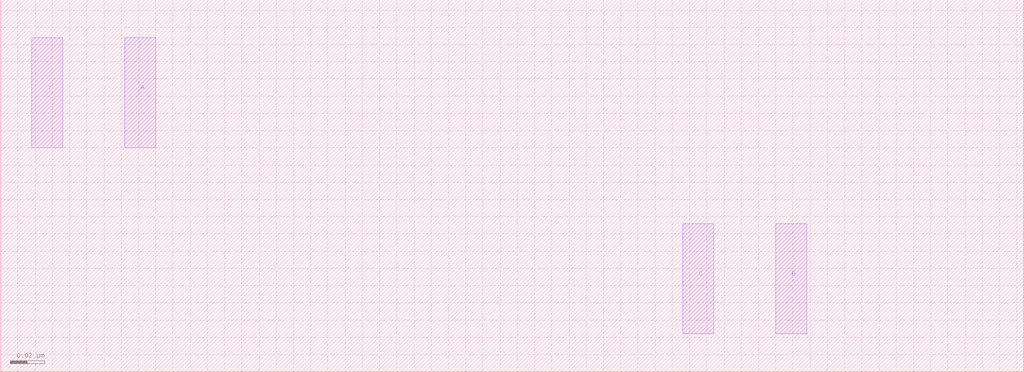
<source format=lef>
VERSION 5.7 ;
BUSBITCHARS "[]" ;
DIVIDERCHAR "/" ;

MACRO AND2x2
  CLASS CORE ;
  ORIGIN 0 0 ;
  FOREIGN AND2x2 0 0 ;
  SIZE 0.324 BY 0.108 ;
  SYMMETRY X Y ;
  SITE coreSite ;
  PIN A
    DIRECTION INPUT ;
    USE SIGNAL ;
    PORT
      LAYER M1 ;
        RECT 0.18 0.022 0.198 0.086 ;
    END
  END A
  PIN B
    DIRECTION INPUT ;
    USE SIGNAL ;
    PORT
      LAYER M1 ;
        RECT 0.234 0.022 0.252 0.086 ;
    END
  END B
  PIN Y
    DIRECTION OUTPUT ;
    USE SIGNAL ;
    PORT
      LAYER M1 ;
        RECT 0.072 0.022 0.09 0.086 ;
    END
  END Y
END AND2x2

MACRO AND3x1
  CLASS CORE ;
  ORIGIN 0 0 ;
  FOREIGN AND3x1 0 0 ;
  SIZE 0.324 BY 0.108 ;
  SYMMETRY X Y ;
  SITE coreSite ;
  PIN A
    DIRECTION INPUT ;
    USE SIGNAL ;
    PORT
      LAYER M1 ;
        RECT 0.234 0.022 0.252 0.086 ;
    END
  END A
  PIN B
    DIRECTION INPUT ;
    USE SIGNAL ;
    PORT
      LAYER M1 ;
        RECT 0.18 0.022 0.198 0.086 ;
    END
  END B
  PIN C
    DIRECTION INPUT ;
    USE SIGNAL ;
    PORT
      LAYER M1 ;
        RECT 0.072 0.022 0.09 0.086 ;
    END
  END C
  PIN Y
    DIRECTION OUTPUT ;
    USE SIGNAL ;
    PORT
      LAYER M1 ;
        RECT 0.018 0.022 0.036 0.086 ;
    END
  END Y
END AND3x1

MACRO AND3x2
  CLASS CORE ;
  ORIGIN 0 0 ;
  FOREIGN AND3x2 0 0 ;
  SIZE 0.378 BY 0.108 ;
  SYMMETRY X Y ;
  SITE coreSite ;
  PIN A
    DIRECTION INPUT ;
    USE SIGNAL ;
    PORT
      LAYER M1 ;
        RECT 0.288 0.022 0.306 0.086 ;
    END
  END A
  PIN B
    DIRECTION INPUT ;
    USE SIGNAL ;
    PORT
      LAYER M1 ;
        RECT 0.234 0.022 0.252 0.086 ;
    END
  END B
  PIN C
    DIRECTION INPUT ;
    USE SIGNAL ;
    PORT
      LAYER M1 ;
        RECT 0.126 0.022 0.144 0.086 ;
    END
  END C
  PIN Y
    DIRECTION OUTPUT ;
    USE SIGNAL ;
    PORT
      LAYER M1 ;
        RECT 0.072 0.022 0.09 0.086 ;
    END
  END Y
END AND3x2

MACRO AOI21x1
  CLASS CORE ;
  ORIGIN 0 0 ;
  FOREIGN AOI21x1 0 0 ;
  SIZE 0.27 BY 0.216 ;
  SYMMETRY X Y ;
  SITE coreSite ;
  PIN A1
    DIRECTION INPUT ;
    USE SIGNAL ;
    PORT
      LAYER M1 ;
        RECT 0.18 0.058 0.198 0.158 ;
    END
  END A1
  PIN A2
    DIRECTION INPUT ;
    USE SIGNAL ;
    PORT
      LAYER M1 ;
        RECT 0.126 0.022 0.144 0.086 ;
    END
  END A2
  PIN B
    DIRECTION INPUT ;
    USE SIGNAL ;
    PORT
      LAYER M1 ;
        RECT 0.072 0.058 0.09 0.158 ;
    END
  END B
  PIN Y
    DIRECTION OUTPUT ;
    USE SIGNAL ;
    PORT
      LAYER M1 ;
        RECT 0.018 0.13 0.036 0.194 ;
    END
  END Y
END AOI21x1

MACRO AOI22x1
  CLASS CORE ;
  ORIGIN 0 0 ;
  FOREIGN AOI22x1 0 0 ;
  SIZE 0.324 BY 0.216 ;
  SYMMETRY X Y ;
  SITE coreSite ;
  PIN A1
    DIRECTION INPUT ;
    USE SIGNAL ;
    PORT
      LAYER M1 ;
        RECT 0.234 0.13 0.252 0.194 ;
    END
  END A1
  PIN A2
    DIRECTION INPUT ;
    USE SIGNAL ;
    PORT
      LAYER M1 ;
        RECT 0.18 0.022 0.198 0.086 ;
    END
  END A2
  PIN B1
    DIRECTION INPUT ;
    USE SIGNAL ;
    PORT
      LAYER M1 ;
        RECT 0.018 0.13 0.036 0.194 ;
    END
  END B1
  PIN B2
    DIRECTION INPUT ;
    USE SIGNAL ;
    PORT
      LAYER M1 ;
        RECT 0.072 0.022 0.09 0.086 ;
    END
  END B2
  PIN Y
    DIRECTION OUTPUT ;
    USE SIGNAL ;
    PORT
      LAYER M1 ;
        RECT 0.126 0.13 0.144 0.194 ;
    END
  END Y
END AOI22x1

MACRO BUFx2
  CLASS CORE ;
  ORIGIN 0 0 ;
  FOREIGN BUFx2 0 0 ;
  SIZE 0.27 BY 0.108 ;
  SYMMETRY X Y ;
  SITE coreSite ;
  PIN A
    DIRECTION INPUT ;
    USE SIGNAL ;
    PORT
      LAYER M1 ;
        RECT 0.18 0.022 0.198 0.086 ;
    END
  END A
  PIN Y
    DIRECTION OUTPUT ;
    USE SIGNAL ;
    PORT
      LAYER M1 ;
        RECT 0.072 0.022 0.09 0.086 ;
    END
  END Y
END BUFx2

MACRO BUFx3
  CLASS CORE ;
  ORIGIN 0 0 ;
  FOREIGN BUFx3 0 0 ;
  SIZE 0.324 BY 0.108 ;
  SYMMETRY X Y ;
  SITE coreSite ;
  PIN A
    DIRECTION INPUT ;
    USE SIGNAL ;
    PORT
      LAYER M1 ;
        RECT 0.234 0.022 0.252 0.086 ;
    END
  END A
  PIN Y
    DIRECTION OUTPUT ;
    USE SIGNAL ;
    PORT
      LAYER M1 ;
        RECT 0.018 0.022 0.036 0.086 ;
    END
  END Y
END BUFx3

MACRO BUFx4
  CLASS CORE ;
  ORIGIN 0 0 ;
  FOREIGN BUFx4 0 0 ;
  SIZE 0.378 BY 0.108 ;
  SYMMETRY X Y ;
  SITE coreSite ;
  PIN A
    DIRECTION INPUT ;
    USE SIGNAL ;
    PORT
      LAYER M1 ;
        RECT 0.288 0.022 0.306 0.086 ;
    END
  END A
  PIN Y
    DIRECTION OUTPUT ;
    USE SIGNAL ;
    PORT
      LAYER M1 ;
        RECT 0.072 0.022 0.09 0.086 ;
    END
  END Y
END BUFx4

MACRO BUFx8
  CLASS CORE ;
  ORIGIN 0 0 ;
  FOREIGN BUFx8 0 0 ;
  SIZE 0.648 BY 0.108 ;
  SYMMETRY X Y ;
  SITE coreSite ;
  PIN A
    DIRECTION INPUT ;
    USE SIGNAL ;
    PORT
      LAYER M1 ;
        RECT 0.126 0.022 0.144 0.086 ;
    END
  END A
  PIN Y
    DIRECTION OUTPUT ;
    USE SIGNAL ;
    PORT
      LAYER M1 ;
        RECT 0.558 0.022 0.576 0.086 ;
    END
  END Y
END BUFx8

MACRO DFFHQNx1
  CLASS CORE ;
  ORIGIN 0 0 ;
  FOREIGN DFFHQNx1 0 0 ;
  SIZE 0.486 BY 0.216 ;
  SYMMETRY X Y ;
  SITE coreSite ;
  PIN CLK
    DIRECTION INPUT ;
    USE CLOCK ;
    PORT
      LAYER M1 ;
        RECT 0.342 0.13 0.36 0.194 ;
    END
  END CLK
  PIN D
    DIRECTION INPUT ;
    USE SIGNAL ;
    PORT
      LAYER M1 ;
        RECT 0.234 0.058 0.252 0.158 ;
    END
  END D
  PIN QN
    DIRECTION OUTPUT ;
    USE SIGNAL ;
    PORT
      LAYER M1 ;
        RECT 0.342 0.022 0.36 0.086 ;
    END
  END QN
  OBS
    LAYER M1 ;
      RECT 0.45 0.058 0.468 0.158 ;
      RECT 0.396 0.058 0.414 0.158 ;
      RECT 0.288 0.022 0.306 0.086 ;
      RECT 0.288 0.13 0.306 0.194 ;
      RECT 0.18 0.022 0.198 0.086 ;
      RECT 0.18 0.13 0.198 0.194 ;
      RECT 0.126 0.022 0.144 0.194 ;
      RECT 0.072 0.022 0.09 0.194 ;
      RECT 0.018 0.058 0.036 0.158 ;
    LAYER M2 ;
      RECT 0.175 0.063 0.473 0.081 ;
      RECT 0.283 0.135 0.419 0.153 ;
      RECT 0.121 0.027 0.311 0.045 ;
    LAYER V1 ;
      RECT 0.45 0.063 0.468 0.081 ;
      RECT 0.396 0.135 0.414 0.153 ;
      RECT 0.288 0.027 0.306 0.045 ;
      RECT 0.288 0.135 0.306 0.153 ;
      RECT 0.18 0.063 0.198 0.081 ;
      RECT 0.126 0.027 0.144 0.045 ;
  END
END DFFHQNx1

MACRO DFFHQNx2
  CLASS CORE ;
  ORIGIN 0 0 ;
  FOREIGN DFFHQNx2 0 0 ;
  SIZE 0.486 BY 0.216 ;
  SYMMETRY X Y ;
  SITE coreSite ;
  PIN CLK
    DIRECTION INPUT ;
    USE CLOCK ;
    PORT
      LAYER M1 ;
        RECT 0.342 0.022 0.36 0.086 ;
    END
  END CLK
  PIN D
    DIRECTION INPUT ;
    USE SIGNAL ;
    PORT
      LAYER M1 ;
        RECT 0.234 0.022 0.252 0.086 ;
    END
  END D
  PIN QN
    DIRECTION OUTPUT ;
    USE SIGNAL ;
    PORT
      LAYER M1 ;
        RECT 0.342 0.13 0.36 0.194 ;
    END
  END QN
  OBS
    LAYER M1 ;
      RECT 0.45 0.13 0.468 0.194 ;
      RECT 0.396 0.058 0.414 0.158 ;
      RECT 0.288 0.022 0.306 0.194 ;
      RECT 0.18 0.022 0.198 0.194 ;
      RECT 0.072 0.058 0.09 0.194 ;
      RECT 0.018 0.022 0.036 0.158 ;
    LAYER M2 ;
      RECT 0.175 0.135 0.473 0.153 ;
    LAYER V1 ;
      RECT 0.45 0.135 0.468 0.153 ;
      RECT 0.18 0.135 0.198 0.153 ;
  END
END DFFHQNx2

MACRO DFFHQNx3
  CLASS CORE ;
  ORIGIN 0 0 ;
  FOREIGN DFFHQNx3 0 0 ;
  SIZE 0.54 BY 0.216 ;
  SYMMETRY X Y ;
  SITE coreSite ;
  PIN CLK
    DIRECTION INPUT ;
    USE CLOCK ;
    PORT
      LAYER M1 ;
        RECT 0.396 0.13 0.414 0.194 ;
    END
  END CLK
  PIN D
    DIRECTION INPUT ;
    USE SIGNAL ;
    PORT
      LAYER M1 ;
        RECT 0.234 0.022 0.252 0.086 ;
    END
  END D
  PIN QN
    DIRECTION OUTPUT ;
    USE SIGNAL ;
    PORT
      LAYER M1 ;
        RECT 0.45 0.022 0.468 0.086 ;
    END
  END QN
  OBS
    LAYER M1 ;
      RECT 0.45 0.13 0.468 0.194 ;
      RECT 0.342 0.058 0.36 0.194 ;
      RECT 0.288 0.022 0.306 0.194 ;
      RECT 0.234 0.13 0.252 0.194 ;
      RECT 0.18 0.022 0.198 0.194 ;
      RECT 0.126 0.13 0.144 0.194 ;
      RECT 0.072 0.022 0.09 0.194 ;
      RECT 0.018 0.058 0.036 0.158 ;
    LAYER M2 ;
      RECT 0.229 0.171 0.473 0.189 ;
      RECT 0.121 0.135 0.365 0.153 ;
    LAYER V1 ;
      RECT 0.45 0.171 0.468 0.189 ;
      RECT 0.342 0.135 0.36 0.153 ;
      RECT 0.234 0.171 0.252 0.189 ;
      RECT 0.126 0.135 0.144 0.153 ;
  END
END DFFHQNx3

MACRO DHLx1
  CLASS CORE ;
  ORIGIN 0 0 ;
  FOREIGN DHLx1 0 0 ;
  SIZE 0.378 BY 0.216 ;
  SYMMETRY X Y ;
  SITE coreSite ;
  PIN CLK
    DIRECTION INPUT ;
    USE CLOCK ;
    PORT
      LAYER M1 ;
        RECT 0.288 0.022 0.306 0.086 ;
    END
  END CLK
  PIN D
    DIRECTION INPUT ;
    USE SIGNAL ;
    PORT
      LAYER M1 ;
        RECT 0.072 0.022 0.09 0.086 ;
    END
  END D
  PIN Q
    DIRECTION INPUT ;
    USE SIGNAL ;
    PORT
      LAYER M1 ;
        RECT 0.18 0.13 0.198 0.194 ;
    END
  END Q
  OBS
    LAYER M1 ;
      RECT 0.234 0.058 0.252 0.158 ;
      RECT 0.126 0.022 0.144 0.158 ;
      RECT 0.018 0.058 0.036 0.158 ;
  END
END DHLx1

MACRO DHLx2
  CLASS CORE ;
  ORIGIN 0 0 ;
  FOREIGN DHLx2 0 0 ;
  SIZE 0.378 BY 0.216 ;
  SYMMETRY X Y ;
  SITE coreSite ;
  PIN CLK
    DIRECTION INPUT ;
    USE CLOCK ;
    PORT
      LAYER M1 ;
        RECT 0.072 0.058 0.09 0.158 ;
    END
  END CLK
  PIN D
    DIRECTION INPUT ;
    USE SIGNAL ;
    PORT
      LAYER M1 ;
        RECT 0.126 0.022 0.144 0.086 ;
    END
  END D
  PIN Q
    DIRECTION INPUT ;
    USE SIGNAL ;
    PORT
      LAYER M1 ;
        RECT 0.126 0.13 0.144 0.194 ;
    END
  END Q
  OBS
    LAYER M1 ;
      RECT 0.288 0.058 0.306 0.158 ;
      RECT 0.234 0.058 0.252 0.158 ;
      RECT 0.18 0.058 0.198 0.194 ;
  END
END DHLx2

MACRO DHLx3
  CLASS CORE ;
  ORIGIN 0 -0.001 ;
  FOREIGN DHLx3 0 0.001 ;
  SIZE 0.432 BY 0.216 ;
  SYMMETRY X Y ;
  SITE coreSite ;
  PIN CLK
    DIRECTION INPUT ;
    USE CLOCK ;
    PORT
      LAYER M1 ;
        RECT 0.288 0.13 0.306 0.194 ;
    END
  END CLK
  PIN D
    DIRECTION INPUT ;
    USE SIGNAL ;
    PORT
      LAYER M1 ;
        RECT 0.072 0.022 0.09 0.086 ;
    END
  END D
  PIN Q
    DIRECTION INPUT ;
    USE SIGNAL ;
    PORT
      LAYER M1 ;
        RECT 0.018 0.13 0.036 0.194 ;
    END
  END Q
  OBS
    LAYER M1 ;
      RECT 0.18 0.022 0.198 0.158 ;
      RECT 0.126 0.058 0.144 0.158 ;
  END
END DHLx3

MACRO FAx1
  CLASS CORE ;
  ORIGIN 0 0 ;
  FOREIGN FAx1 0 0 ;
  SIZE 0.486 BY 0.216 ;
  SYMMETRY X Y ;
  SITE coreSite ;
  PIN A
    DIRECTION INPUT ;
    USE SIGNAL ;
    PORT
      LAYER M2 ;
        RECT 0.121 0.135 0.252 0.153 ;
      LAYER M1 ;
        RECT 0.234 0.022 0.252 0.194 ;
        RECT 0.126 0.13 0.144 0.194 ;
      LAYER V1 ;
        RECT 0.126 0.135 0.144 0.153 ;
        RECT 0.234 0.135 0.252 0.153 ;
    END
  END A
  PIN B
    DIRECTION INPUT ;
    USE SIGNAL ;
    PORT
      LAYER M2 ;
        RECT 0.288 0.135 0.365 0.153 ;
      LAYER M1 ;
        RECT 0.342 0.13 0.36 0.194 ;
        RECT 0.288 0.022 0.306 0.158 ;
      LAYER V1 ;
        RECT 0.288 0.135 0.306 0.153 ;
        RECT 0.342 0.135 0.36 0.153 ;
    END
  END B
  PIN CI
    DIRECTION INPUT ;
    USE SIGNAL ;
    PORT
      LAYER M2 ;
        RECT 0.175 0.063 0.365 0.081 ;
      LAYER M1 ;
        RECT 0.342 0.022 0.36 0.086 ;
        RECT 0.18 0.022 0.198 0.086 ;
      LAYER V1 ;
        RECT 0.18 0.063 0.198 0.081 ;
        RECT 0.342 0.063 0.36 0.081 ;
    END
  END CI
  PIN CON
    DIRECTION INPUT ;
    USE SIGNAL ;
    PORT
      LAYER M1 ;
        RECT 0.396 0.058 0.414 0.158 ;
    END
  END CON
  PIN SN
    DIRECTION INPUT ;
    USE SIGNAL ;
    PORT
      LAYER M2 ;
        RECT 0.175 0.171 0.473 0.189 ;
      LAYER M1 ;
        RECT 0.45 0.058 0.468 0.194 ;
        RECT 0.18 0.13 0.198 0.194 ;
      LAYER V1 ;
        RECT 0.18 0.171 0.198 0.189 ;
        RECT 0.45 0.171 0.468 0.189 ;
    END
  END SN
END FAx1

MACRO INVx1
  CLASS CORE ;
  ORIGIN 0 0 ;
  FOREIGN INVx1 0 0 ;
  SIZE 0.162 BY 0.108 ;
  SYMMETRY X Y ;
  SITE coreSite ;
  PIN A
    DIRECTION INPUT ;
    USE SIGNAL ;
    PORT
      LAYER M1 ;
        RECT 0.072 0.022 0.09 0.086 ;
    END
  END A
  PIN Y
    DIRECTION OUTPUT ;
    USE SIGNAL ;
    PORT
      LAYER M1 ;
        RECT 0.018 0.022 0.036 0.086 ;
    END
  END Y
END INVx1

MACRO INVx2
  CLASS CORE ;
  ORIGIN 0 0 ;
  FOREIGN INVx2 0 0 ;
  SIZE 0.216 BY 0.108 ;
  SYMMETRY X Y ;
  SITE coreSite ;
  PIN A
    DIRECTION INPUT ;
    USE SIGNAL ;
    PORT
      LAYER M1 ;
        RECT 0.072 0.022 0.09 0.086 ;
    END
  END A
  PIN Y
    DIRECTION OUTPUT ;
    USE SIGNAL ;
    PORT
      LAYER M1 ;
        RECT 0.126 0.022 0.144 0.086 ;
    END
  END Y
END INVx2

MACRO INVx4
  CLASS CORE ;
  ORIGIN 0 0 ;
  FOREIGN INVx4 0 0 ;
  SIZE 0.324 BY 0.108 ;
  SYMMETRY X Y ;
  SITE coreSite ;
  PIN A
    DIRECTION INPUT ;
    USE SIGNAL ;
    PORT
      LAYER M1 ;
        RECT 0.234 0.022 0.252 0.086 ;
    END
  END A
  PIN Y
    DIRECTION OUTPUT ;
    USE SIGNAL ;
    PORT
      LAYER M1 ;
        RECT 0.072 0.022 0.09 0.086 ;
    END
  END Y
END INVx4

MACRO INVx8
  CLASS CORE ;
  ORIGIN 0 0 ;
  FOREIGN INVx8 0 0 ;
  SIZE 0.54 BY 0.108 ;
  SYMMETRY X Y ;
  SITE coreSite ;
  PIN A
    DIRECTION INPUT ;
    USE SIGNAL ;
    PORT
      LAYER M1 ;
        RECT 0.072 0.022 0.09 0.086 ;
    END
  END A
  PIN Y
    DIRECTION OUTPUT ;
    USE SIGNAL ;
    PORT
      LAYER M1 ;
        RECT 0.45 0.022 0.468 0.086 ;
    END
  END Y
END INVx8

MACRO NAND2x1
  CLASS CORE ;
  ORIGIN 0 0 ;
  FOREIGN NAND2x1 0 0 ;
  SIZE 0.324 BY 0.108 ;
  SYMMETRY X Y ;
  SITE coreSite ;
  PIN A
    DIRECTION INPUT ;
    USE SIGNAL ;
    PORT
      LAYER M1 ;
        RECT 0.234 0.022 0.252 0.086 ;
    END
  END A
  PIN B
    DIRECTION INPUT ;
    USE SIGNAL ;
    PORT
      LAYER M1 ;
        RECT 0.018 0.022 0.036 0.086 ;
    END
  END B
  PIN Y
    DIRECTION OUTPUT ;
    USE SIGNAL ;
    PORT
      LAYER M2 ;
        RECT 0.121 0.027 0.311 0.045 ;
      LAYER M1 ;
        RECT 0.288 0.022 0.306 0.086 ;
        RECT 0.126 0.022 0.144 0.086 ;
      LAYER V1 ;
        RECT 0.126 0.027 0.144 0.045 ;
        RECT 0.288 0.027 0.306 0.045 ;
    END
  END Y
  OBS
    LAYER M1 ;
      RECT 0.18 0.022 0.198 0.086 ;
      RECT 0.072 0.022 0.09 0.086 ;
    LAYER M2 ;
      RECT 0.067 0.063 0.203 0.081 ;
    LAYER V1 ;
      RECT 0.18 0.063 0.198 0.081 ;
      RECT 0.072 0.063 0.09 0.081 ;
  END
END NAND2x1

MACRO NAND2x2
  CLASS CORE ;
  ORIGIN 0 0 ;
  FOREIGN NAND2x2 0 0 ;
  SIZE 0.54 BY 0.108 ;
  SYMMETRY X Y ;
  SITE coreSite ;
  PIN A
    DIRECTION INPUT ;
    USE SIGNAL ;
    PORT
      LAYER M1 ;
        RECT 0.45 0.022 0.468 0.086 ;
    END
  END A
  PIN B
    DIRECTION INPUT ;
    USE SIGNAL ;
    PORT
      LAYER M1 ;
        RECT 0.018 0.022 0.036 0.086 ;
    END
  END B
  PIN Y
    DIRECTION OUTPUT ;
    USE SIGNAL ;
    PORT
      LAYER M2 ;
        RECT 0.121 0.063 0.365 0.081 ;
      LAYER M1 ;
        RECT 0.342 0.022 0.36 0.086 ;
        RECT 0.234 0.022 0.252 0.086 ;
        RECT 0.126 0.022 0.144 0.086 ;
      LAYER V1 ;
        RECT 0.126 0.063 0.144 0.081 ;
        RECT 0.234 0.063 0.252 0.081 ;
        RECT 0.342 0.063 0.36 0.081 ;
    END
  END Y
  OBS
    LAYER M1 ;
      RECT 0.396 0.022 0.414 0.086 ;
      RECT 0.288 0.022 0.306 0.086 ;
      RECT 0.18 0.022 0.198 0.086 ;
      RECT 0.072 0.022 0.09 0.086 ;
    LAYER M2 ;
      RECT 0.067 0.027 0.419 0.045 ;
    LAYER V1 ;
      RECT 0.396 0.027 0.414 0.045 ;
      RECT 0.288 0.027 0.306 0.045 ;
      RECT 0.18 0.027 0.198 0.045 ;
      RECT 0.072 0.027 0.09 0.045 ;
  END
END NAND2x2

MACRO NAND3x1
  CLASS CORE ;
  ORIGIN 0 0 ;
  FOREIGN NAND3x1 0 0 ;
  SIZE 0.378 BY 0.216 ;
  SYMMETRY X Y ;
  SITE coreSite ;
  PIN A
    DIRECTION INPUT ;
    USE SIGNAL ;
    PORT
      LAYER M1 ;
        RECT 0.234 0.13 0.252 0.194 ;
    END
  END A
  PIN B
    DIRECTION INPUT ;
    USE SIGNAL ;
    PORT
      LAYER M1 ;
        RECT 0.018 0.022 0.036 0.086 ;
    END
  END B
  PIN C
    DIRECTION INPUT ;
    USE SIGNAL ;
    PORT
      LAYER M1 ;
        RECT 0.288 0.058 0.306 0.158 ;
    END
  END C
  PIN Y
    DIRECTION OUTPUT ;
    USE SIGNAL ;
    PORT
      LAYER M1 ;
        RECT 0.072 0.058 0.09 0.194 ;
    END
  END Y
  OBS
    LAYER M1 ;
      RECT 0.234 0.022 0.252 0.086 ;
      RECT 0.18 0.058 0.198 0.158 ;
      RECT 0.126 0.058 0.144 0.158 ;
      RECT 0.018 0.13 0.036 0.194 ;
    LAYER M2 ;
      RECT 0.121 0.063 0.257 0.081 ;
      RECT 0.013 0.135 0.203 0.153 ;
    LAYER V1 ;
      RECT 0.234 0.063 0.252 0.081 ;
      RECT 0.18 0.135 0.198 0.153 ;
      RECT 0.126 0.063 0.144 0.081 ;
      RECT 0.018 0.135 0.036 0.153 ;
  END
END NAND3x1

MACRO NAND3x2
  CLASS CORE ;
  ORIGIN 0 0 ;
  FOREIGN NAND3x2 0 0 ;
  SIZE 0.594 BY 0.216 ;
  SYMMETRY X Y ;
  SITE coreSite ;
  PIN A
    DIRECTION INPUT ;
    USE SIGNAL ;
    PORT
      LAYER M1 ;
        RECT 0.072 0.13 0.09 0.194 ;
    END
  END A
  PIN B
    DIRECTION INPUT ;
    USE SIGNAL ;
    PORT
      LAYER M1 ;
        RECT 0.45 0.022 0.468 0.086 ;
    END
  END B
  PIN C
    DIRECTION INPUT ;
    USE SIGNAL ;
    PORT
      LAYER M1 ;
        RECT 0.396 0.022 0.414 0.086 ;
    END
  END C
  PIN Y
    DIRECTION OUTPUT ;
    USE SIGNAL ;
    PORT
      LAYER M1 ;
        RECT 0.018 0.13 0.036 0.194 ;
    END
  END Y
END NAND3x2

MACRO NOR2x1
  CLASS CORE ;
  ORIGIN 0 0 ;
  FOREIGN NOR2x1 0 0 ;
  SIZE 0.324 BY 0.108 ;
  SYMMETRY X Y ;
  SITE coreSite ;
  PIN A
    DIRECTION INPUT ;
    USE SIGNAL ;
    PORT
      LAYER M1 ;
        RECT 0.072 0.022 0.09 0.086 ;
    END
  END A
  PIN B
    DIRECTION INPUT ;
    USE SIGNAL ;
    PORT
      LAYER M1 ;
        RECT 0.234 0.022 0.252 0.086 ;
    END
  END B
  PIN Y
    DIRECTION OUTPUT ;
    USE SIGNAL ;
    PORT
      LAYER M2 ;
        RECT 0.013 0.063 0.203 0.081 ;
      LAYER M1 ;
        RECT 0.18 0.022 0.198 0.086 ;
        RECT 0.018 0.022 0.036 0.086 ;
      LAYER V1 ;
        RECT 0.018 0.063 0.036 0.081 ;
        RECT 0.18 0.063 0.198 0.081 ;
    END
  END Y
  OBS
    LAYER M1 ;
      RECT 0.288 0.022 0.306 0.086 ;
      RECT 0.126 0.022 0.144 0.086 ;
    LAYER M2 ;
      RECT 0.121 0.027 0.311 0.045 ;
    LAYER V1 ;
      RECT 0.288 0.027 0.306 0.045 ;
      RECT 0.126 0.027 0.144 0.045 ;
  END
END NOR2x1

MACRO NOR2x2
  CLASS CORE ;
  ORIGIN 0 0 ;
  FOREIGN NOR2x2 0 0 ;
  SIZE 0.54 BY 0.108 ;
  SYMMETRY X Y ;
  SITE coreSite ;
  PIN A
    DIRECTION INPUT ;
    USE SIGNAL ;
    PORT
      LAYER M1 ;
        RECT 0.018 0.022 0.036 0.086 ;
    END
  END A
  PIN B
    DIRECTION INPUT ;
    USE SIGNAL ;
    PORT
      LAYER M1 ;
        RECT 0.45 0.022 0.468 0.086 ;
    END
  END B
  PIN Y
    DIRECTION OUTPUT ;
    USE SIGNAL ;
    PORT
      LAYER M2 ;
        RECT 0.121 0.063 0.419 0.081 ;
      LAYER M1 ;
        RECT 0.396 0.022 0.414 0.086 ;
        RECT 0.288 0.022 0.306 0.086 ;
        RECT 0.126 0.022 0.144 0.086 ;
      LAYER V1 ;
        RECT 0.126 0.063 0.144 0.081 ;
        RECT 0.288 0.063 0.306 0.081 ;
        RECT 0.396 0.063 0.414 0.081 ;
    END
  END Y
  OBS
    LAYER M1 ;
      RECT 0.504 0.022 0.522 0.086 ;
      RECT 0.342 0.022 0.36 0.086 ;
      RECT 0.234 0.022 0.252 0.086 ;
      RECT 0.18 0.022 0.198 0.086 ;
      RECT 0.072 0.022 0.09 0.086 ;
    LAYER M2 ;
      RECT 0.234 0.027 0.527 0.045 ;
      RECT 0.067 0.027 0.198 0.045 ;
    LAYER V1 ;
      RECT 0.504 0.027 0.522 0.045 ;
      RECT 0.342 0.027 0.36 0.045 ;
      RECT 0.234 0.027 0.252 0.045 ;
      RECT 0.18 0.027 0.198 0.045 ;
      RECT 0.072 0.027 0.09 0.045 ;
  END
END NOR2x2

MACRO NOR3x1
  CLASS CORE ;
  ORIGIN 0 0 ;
  FOREIGN NOR3x1 0 0 ;
  SIZE 0.378 BY 0.216 ;
  SYMMETRY X Y ;
  SITE coreSite ;
  PIN A
    DIRECTION INPUT ;
    USE SIGNAL ;
    PORT
      LAYER M1 ;
        RECT 0.234 0.022 0.252 0.086 ;
    END
  END A
  PIN B
    DIRECTION INPUT ;
    USE SIGNAL ;
    PORT
      LAYER M2 ;
        RECT 0.175 0.171 0.311 0.189 ;
      LAYER M1 ;
        RECT 0.288 0.13 0.306 0.194 ;
        RECT 0.18 0.13 0.198 0.194 ;
      LAYER V1 ;
        RECT 0.18 0.171 0.198 0.189 ;
        RECT 0.288 0.171 0.306 0.189 ;
    END
  END B
  PIN C
    DIRECTION INPUT ;
    USE SIGNAL ;
    PORT
      LAYER M1 ;
        RECT 0.288 0.022 0.306 0.086 ;
    END
  END C
  PIN Y
    DIRECTION OUTPUT ;
    USE SIGNAL ;
    PORT
      LAYER M1 ;
        RECT 0.234 0.13 0.252 0.194 ;
    END
  END Y
END NOR3x1

MACRO NOR3x2
  CLASS CORE ;
  ORIGIN 0 0 ;
  FOREIGN NOR3x2 0 0 ;
  SIZE 0.594 BY 0.216 ;
  SYMMETRY X Y ;
  SITE coreSite ;
  PIN A
    DIRECTION INPUT ;
    USE SIGNAL ;
    PORT
      LAYER M1 ;
        RECT 0.396 0.13 0.414 0.194 ;
    END
  END A
  PIN B
    DIRECTION INPUT ;
    USE SIGNAL ;
    PORT
      LAYER M1 ;
        RECT 0.234 0.022 0.252 0.086 ;
    END
  END B
  PIN C
    DIRECTION INPUT ;
    USE SIGNAL ;
    PORT
      LAYER M1 ;
        RECT 0.18 0.022 0.198 0.086 ;
    END
  END C
  PIN Y
    DIRECTION OUTPUT ;
    USE SIGNAL ;
    PORT
      LAYER M1 ;
        RECT 0.072 0.13 0.09 0.194 ;
    END
  END Y
END NOR3x2

MACRO OAI21x1
  CLASS CORE ;
  ORIGIN 0 0 ;
  FOREIGN OAI21x1 0 0 ;
  SIZE 0.27 BY 0.216 ;
  SYMMETRY X Y ;
  SITE coreSite ;
  PIN A1
    DIRECTION INPUT ;
    USE SIGNAL ;
    PORT
      LAYER M1 ;
        RECT 0.18 0.022 0.198 0.086 ;
    END
  END A1
  PIN A2
    DIRECTION INPUT ;
    USE SIGNAL ;
    PORT
      LAYER M1 ;
        RECT 0.126 0.13 0.144 0.194 ;
    END
  END A2
  PIN B
    DIRECTION INPUT ;
    USE SIGNAL ;
    PORT
      LAYER M1 ;
        RECT 0.018 0.13 0.036 0.194 ;
    END
  END B
  PIN Y
    DIRECTION OUTPUT ;
    USE SIGNAL ;
    PORT
      LAYER M1 ;
        RECT 0.072 0.022 0.09 0.086 ;
    END
  END Y
  OBS
    LAYER M1 ;
      RECT 0.18 0.13 0.198 0.194 ;
  END
END OAI21x1

MACRO OAI22x1
  CLASS CORE ;
  ORIGIN 0 0 ;
  FOREIGN OAI22x1 0 0 ;
  SIZE 0.324 BY 0.216 ;
  SYMMETRY X Y ;
  SITE coreSite ;
  PIN A1
    DIRECTION INPUT ;
    USE SIGNAL ;
    PORT
      LAYER M1 ;
        RECT 0.072 0.022 0.09 0.086 ;
    END
  END A1
  PIN A2
    DIRECTION INPUT ;
    USE SIGNAL ;
    PORT
      LAYER M1 ;
        RECT 0.126 0.058 0.144 0.158 ;
    END
  END A2
  PIN B1
    DIRECTION INPUT ;
    USE SIGNAL ;
    PORT
      LAYER M1 ;
        RECT 0.234 0.022 0.252 0.086 ;
    END
  END B1
  PIN B2
    DIRECTION INPUT ;
    USE SIGNAL ;
    PORT
      LAYER M1 ;
        RECT 0.18 0.13 0.198 0.194 ;
    END
  END B2
  PIN Y
    DIRECTION OUTPUT ;
    USE SIGNAL ;
    PORT
      LAYER M1 ;
        RECT 0.018 0.13 0.036 0.194 ;
    END
  END Y
END OAI22x1

MACRO OR2x2
  CLASS CORE ;
  ORIGIN 0 0 ;
  FOREIGN OR2x2 0 0 ;
  SIZE 0.324 BY 0.108 ;
  SYMMETRY X Y ;
  SITE coreSite ;
  PIN A
    DIRECTION INPUT ;
    USE SIGNAL ;
    PORT
      LAYER M1 ;
        RECT 0.18 0.022 0.198 0.086 ;
    END
  END A
  PIN B
    DIRECTION INPUT ;
    USE SIGNAL ;
    PORT
      LAYER M1 ;
        RECT 0.234 0.022 0.252 0.086 ;
    END
  END B
  PIN Y
    DIRECTION OUTPUT ;
    USE SIGNAL ;
    PORT
      LAYER M1 ;
        RECT 0.072 0.022 0.09 0.086 ;
    END
  END Y
END OR2x2

MACRO OR3x1
  CLASS CORE ;
  ORIGIN 0 0 ;
  FOREIGN OR3x1 0 0 ;
  SIZE 0.324 BY 0.108 ;
  SYMMETRY X Y ;
  SITE coreSite ;
  PIN A
    DIRECTION INPUT ;
    USE SIGNAL ;
    PORT
      LAYER M1 ;
        RECT 0.234 0.022 0.252 0.086 ;
    END
  END A
  PIN B
    DIRECTION INPUT ;
    USE SIGNAL ;
    PORT
      LAYER M1 ;
        RECT 0.18 0.022 0.198 0.086 ;
    END
  END B
  PIN C
    DIRECTION INPUT ;
    USE SIGNAL ;
    PORT
      LAYER M1 ;
        RECT 0.072 0.022 0.09 0.086 ;
    END
  END C
  PIN Y
    DIRECTION OUTPUT ;
    USE SIGNAL ;
    PORT
      LAYER M1 ;
        RECT 0.018 0.022 0.036 0.086 ;
    END
  END Y
END OR3x1

MACRO OR3x2
  CLASS CORE ;
  ORIGIN 0 0 ;
  FOREIGN OR3x2 0 0 ;
  SIZE 0.378 BY 0.108 ;
  SYMMETRY X Y ;
  SITE coreSite ;
  PIN A
    DIRECTION INPUT ;
    USE SIGNAL ;
    PORT
      LAYER M1 ;
        RECT 0.288 0.022 0.306 0.086 ;
    END
  END A
  PIN B
    DIRECTION INPUT ;
    USE SIGNAL ;
    PORT
      LAYER M1 ;
        RECT 0.234 0.022 0.252 0.086 ;
    END
  END B
  PIN C
    DIRECTION INPUT ;
    USE SIGNAL ;
    PORT
      LAYER M1 ;
        RECT 0.126 0.022 0.144 0.086 ;
    END
  END C
  PIN Y
    DIRECTION OUTPUT ;
    USE SIGNAL ;
    PORT
      LAYER M1 ;
        RECT 0.072 0.022 0.09 0.086 ;
    END
  END Y
END OR3x2

MACRO XNOR2x1
  CLASS CORE ;
  ORIGIN 0 0 ;
  FOREIGN XNOR2x1 0 0 ;
  SIZE 0.378 BY 0.216 ;
  SYMMETRY X Y ;
  SITE coreSite ;
  PIN A
    DIRECTION INPUT ;
    USE SIGNAL ;
    PORT
      LAYER M1 ;
        RECT 0.126 0.13 0.144 0.194 ;
    END
  END A
  PIN B
    DIRECTION INPUT ;
    USE SIGNAL ;
    PORT
      LAYER M1 ;
        RECT 0.072 0.022 0.09 0.086 ;
    END
  END B
  PIN Y
    DIRECTION OUTPUT ;
    USE SIGNAL ;
    PORT
      LAYER M1 ;
        RECT 0.018 0.058 0.036 0.194 ;
    END
  END Y
END XNOR2x1

MACRO XOR2x1
  CLASS CORE ;
  ORIGIN 0 0 ;
  FOREIGN XOR2x1 0 0 ;
  SIZE 0.378 BY 0.216 ;
  SYMMETRY X Y ;
  SITE coreSite ;
  PIN A
    DIRECTION INPUT ;
    USE SIGNAL ;
    PORT
      LAYER M1 ;
        RECT 0.072 0.022 0.09 0.086 ;
    END
  END A
  PIN B
    DIRECTION INPUT ;
    USE SIGNAL ;
    PORT
      LAYER M2 ;
        RECT 0.121 0.063 0.311 0.081 ;
      LAYER M1 ;
        RECT 0.288 0.022 0.306 0.086 ;
        RECT 0.126 0.058 0.144 0.158 ;
      LAYER V1 ;
        RECT 0.126 0.063 0.144 0.081 ;
        RECT 0.288 0.063 0.306 0.081 ;
    END
  END B
  PIN Y
    DIRECTION OUTPUT ;
    USE SIGNAL ;
    PORT
      LAYER M1 ;
        RECT 0.018 0.13 0.036 0.194 ;
    END
  END Y
  OBS
    LAYER M1 ;
      RECT 0.288 0.13 0.306 0.194 ;
      RECT 0.234 0.058 0.252 0.158 ;
      RECT 0.18 0.058 0.198 0.158 ;
    LAYER M2 ;
      RECT 0.175 0.135 0.311 0.153 ;
    LAYER V1 ;
      RECT 0.288 0.135 0.306 0.153 ;
      RECT 0.18 0.135 0.198 0.153 ;
  END
END XOR2x1

END LIBRARY

</source>
